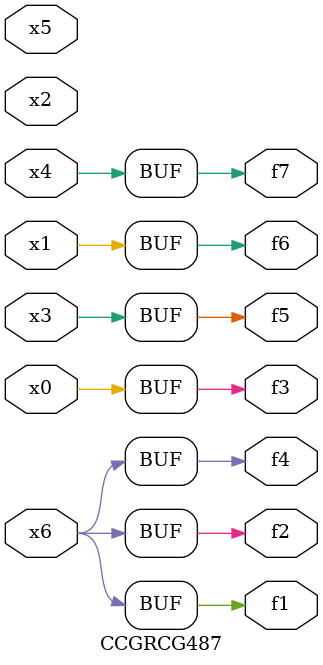
<source format=v>
module CCGRCG487(
	input x0, x1, x2, x3, x4, x5, x6,
	output f1, f2, f3, f4, f5, f6, f7
);
	assign f1 = x6;
	assign f2 = x6;
	assign f3 = x0;
	assign f4 = x6;
	assign f5 = x3;
	assign f6 = x1;
	assign f7 = x4;
endmodule

</source>
